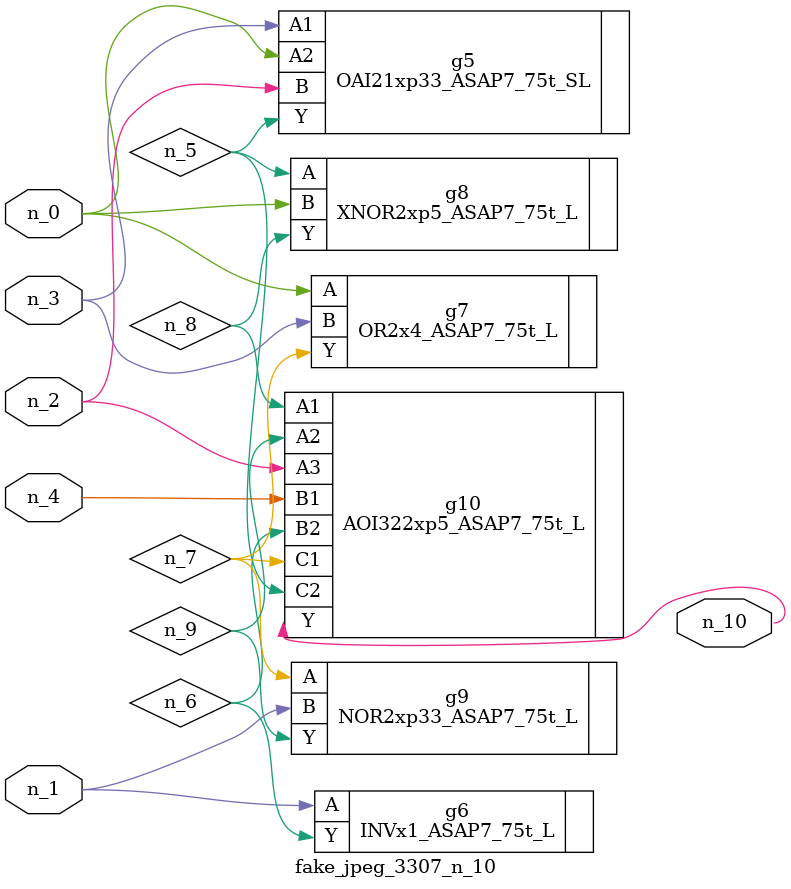
<source format=v>
module fake_jpeg_3307_n_10 (n_3, n_2, n_1, n_0, n_4, n_10);

input n_3;
input n_2;
input n_1;
input n_0;
input n_4;

output n_10;

wire n_8;
wire n_9;
wire n_6;
wire n_5;
wire n_7;

OAI21xp33_ASAP7_75t_SL g5 ( 
.A1(n_3),
.A2(n_0),
.B(n_2),
.Y(n_5)
);

INVx1_ASAP7_75t_L g6 ( 
.A(n_1),
.Y(n_6)
);

OR2x4_ASAP7_75t_L g7 ( 
.A(n_0),
.B(n_3),
.Y(n_7)
);

XNOR2xp5_ASAP7_75t_L g8 ( 
.A(n_5),
.B(n_0),
.Y(n_8)
);

AOI322xp5_ASAP7_75t_L g10 ( 
.A1(n_8),
.A2(n_9),
.A3(n_2),
.B1(n_4),
.B2(n_6),
.C1(n_7),
.C2(n_5),
.Y(n_10)
);

NOR2xp33_ASAP7_75t_L g9 ( 
.A(n_7),
.B(n_1),
.Y(n_9)
);


endmodule
</source>
